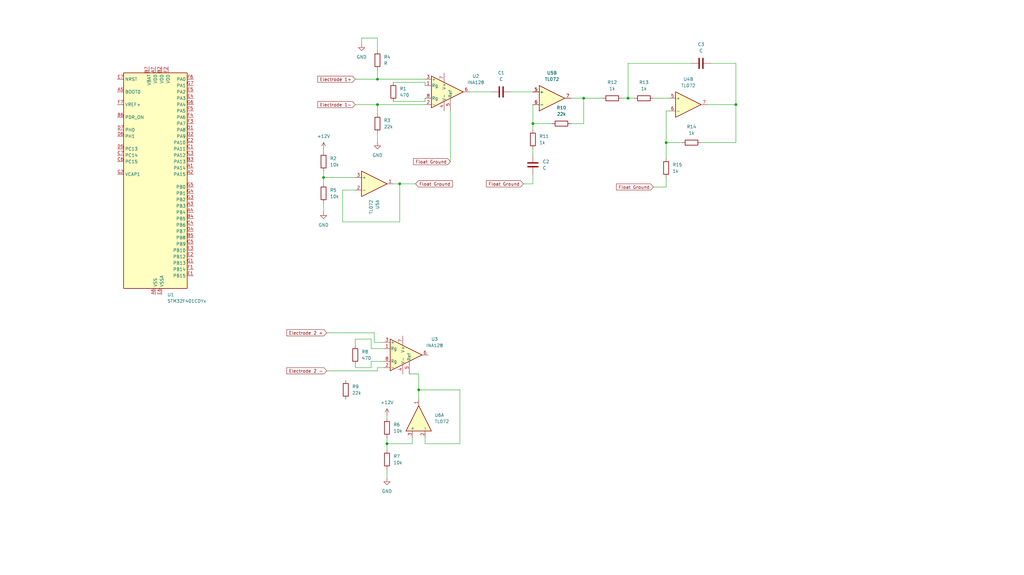
<source format=kicad_sch>
(kicad_sch (version 20231120) (generator "eeschema") (generator_version "8.0")
  (paper "User" 410 230.4)
  (lib_symbols
    (symbol "Amplifier_Instrumentation:INA128" (pin_names (offset 0.127))
      (property "Reference" "U" (at 3.81 3.175 0))
      (property "Value" "INA128" (at 3.81 -3.175 0))
      (symbol "INA128_0_1"
        (polyline (pts (xy 7.62 0) (xy -5.08 6.35) (xy -5.08 -6.35) (xy 7.62 0)) (stroke (width 0.254)) (fill (type background)))
      )
      (symbol "INA128_1_1"
        (pin passive line (at -7.62 2.54 0) (length 2.54) (name "Rg") (number "1"))
        (pin input line (at -7.62 -5.08 0) (length 2.54) (name "-") (number "2"))
        (pin input line (at -7.62 5.08 0) (length 2.54) (name "+") (number "3"))
        (pin power_in line (at 0 -7.62 90) (length 3.81) (name "V-") (number "4"))
        (pin input line (at 2.54 -7.62 90) (length 5.08) (name "Ref") (number "5"))
        (pin output line (at 10.16 0 180) (length 2.54) (name "~") (number "6"))
        (pin power_in line (at 0 7.62 270) (length 3.81) (name "V+") (number "7"))
        (pin passive line (at -7.62 -2.54 0) (length 2.54) (name "Rg") (number "8"))
      )
    )
    (symbol "Amplifier_Operational:TL072" (pin_names (offset 0.127))
      (property "Reference" "U" (at 0 5.08 0))
      (property "Value" "TL072" (at 0 -5.08 0))
      (symbol "TL072_1_1"
        (polyline (pts (xy -5.08 5.08) (xy 5.08 0) (xy -5.08 -5.08) (xy -5.08 5.08)) (stroke (width 0.254)) (fill (type background)))
        (pin output line (at 7.62 0 180) (length 2.54) (name "~") (number "1"))
        (pin input line (at -7.62 -2.54 0) (length 2.54) (name "-") (number "2"))
        (pin input line (at -7.62 2.54 0) (length 2.54) (name "+") (number "3"))
      )
      (symbol "TL072_2_1"
        (polyline (pts (xy -5.08 5.08) (xy 5.08 0) (xy -5.08 -5.08) (xy -5.08 5.08)) (stroke (width 0.254)) (fill (type background)))
        (pin input line (at -7.62 2.54 0) (length 2.54) (name "+") (number "5"))
        (pin input line (at -7.62 -2.54 0) (length 2.54) (name "-") (number "6"))
        (pin output line (at 7.62 0 180) (length 2.54) (name "~") (number "7"))
      )
      (symbol "TL072_3_1"
        (pin power_in line (at -2.54 -7.62 90) (length 3.81) (name "V-") (number "4"))
        (pin power_in line (at -2.54 7.62 270) (length 3.81) (name "V+") (number "8"))
      )
    )
    (symbol "Device:C" (pin_numbers hide) (pin_names (offset 0.254))
      (property "Reference" "C" (at 0.635 2.54 0))
      (property "Value" "C" (at 0.635 -2.54 0))
      (symbol "C_0_1"
        (polyline (pts (xy -2.032 -0.762) (xy 2.032 -0.762)) (stroke (width 0.508)))
        (polyline (pts (xy -2.032 0.762) (xy 2.032 0.762)) (stroke (width 0.508)))
      )
      (symbol "C_1_1"
        (pin passive line (at 0 3.81 270) (length 2.794) (name "~") (number "1"))
        (pin passive line (at 0 -3.81 90) (length 2.794) (name "~") (number "2"))
      )
    )
    (symbol "Device:R" (pin_numbers hide) (pin_names (offset 0))
      (property "Reference" "R" (at 2.032 0 90))
      (property "Value" "R" (at 0 0 90))
      (symbol "R_0_1"
        (rectangle (start -1.016 -2.54) (end 1.016 2.54) (stroke (width 0.254)))
      )
      (symbol "R_1_1"
        (pin passive line (at 0 3.81 270) (length 1.27) (name "~") (number "1"))
        (pin passive line (at 0 -3.81 90) (length 1.27) (name "~") (number "2"))
      )
    )
    (symbol "MCU_ST_STM32F4:STM32F401CDYx"
      (property "Reference" "U" (at -12.7 44.45 0))
      (property "Value" "STM32F401CDYx" (at 7.62 44.45 0))
      (symbol "STM32F401CDYx_0_1"
        (rectangle (start -12.7 -43.18) (end 12.7 43.18) (stroke (width 0.254)) (fill (type background)))
      )
      (symbol "STM32F401CDYx_1_1"
        (pin bidirectional line (at 15.24 5.08 180) (length 2.54) (name "PA14") (number "A1"))
        (pin bidirectional line (at 15.24 2.54 180) (length 2.54) (name "PA15") (number "A2"))
        (pin bidirectional line (at 15.24 -10.16 180) (length 2.54) (name "PB3") (number "A3"))
        (pin bidirectional line (at 15.24 -12.7 180) (length 2.54) (name "PB4") (number "A4"))
        (pin input line (at -15.24 35.56 0) (length 2.54) (name "BOOT0") (number "A5"))
        (pin power_in line (at 0 -45.72 90) (length 2.54) (name "VSS") (number "A6"))
        (pin power_in line (at 0 45.72 270) (length 2.54) (name "VDD") (number "A7"))
        (pin passive line (at 0 -45.72 90) (length 2.54) hide (name "VSS") (number "B1"))
        (pin power_in line (at 2.54 45.72 270) (length 2.54) (name "VDD") (number "B2"))
        (pin bidirectional line (at 15.24 7.62 180) (length 2.54) (name "PA13") (number "B3"))
        (pin bidirectional line (at 15.24 -15.24 180) (length 2.54) (name "PB5") (number "B4"))
        (pin bidirectional line (at 15.24 -22.86 180) (length 2.54) (name "PB8") (number "B5"))
        (pin input line (at -15.24 25.4 0) (length 2.54) (name "PDR_ON") (number "B6"))
        (pin power_in line (at -2.54 45.72 270) (length 2.54) (name "VBAT") (number "B7"))
        (pin bidirectional line (at 15.24 12.7 180) (length 2.54) (name "PA11") (number "C1"))
        (pin bidirectional line (at 15.24 15.24 180) (length 2.54) (name "PA10") (number "C2"))
        (pin bidirectional line (at 15.24 10.16 180) (length 2.54) (name "PA12") (number "C3"))
        (pin bidirectional line (at 15.24 -17.78 180) (length 2.54) (name "PB6") (number "C4"))
        (pin bidirectional line (at 15.24 -25.4 180) (length 2.54) (name "PB9") (number "C5"))
        (pin bidirectional line (at -15.24 7.62 0) (length 2.54) (name "PC15") (number "C6"))
        (pin bidirectional line (at -15.24 10.16 0) (length 2.54) (name "PC14") (number "C7"))
        (pin bidirectional line (at 15.24 20.32 180) (length 2.54) (name "PA8") (number "D1"))
        (pin bidirectional line (at 15.24 17.78 180) (length 2.54) (name "PA9") (number "D2"))
        (pin passive line (at 0 -45.72 90) (length 2.54) hide (name "VSS") (number "D3"))
        (pin bidirectional line (at 15.24 -20.32 180) (length 2.54) (name "PB7") (number "D4"))
        (pin bidirectional line (at -15.24 12.7 0) (length 2.54) (name "PC13") (number "D5"))
        (pin bidirectional line (at -15.24 17.78 0) (length 2.54) (name "PH1") (number "D6"))
        (pin bidirectional line (at -15.24 20.32 0) (length 2.54) (name "PH0") (number "D7"))
        (pin bidirectional line (at 15.24 -38.1 180) (length 2.54) (name "PB15") (number "E1"))
        (pin bidirectional line (at 15.24 -30.48 180) (length 2.54) (name "PB12") (number "E2"))
        (pin bidirectional line (at 15.24 -27.94 180) (length 2.54) (name "PB10") (number "E3"))
        (pin bidirectional line (at 15.24 33.02 180) (length 2.54) (name "PA3") (number "E4"))
        (pin bidirectional line (at 15.24 35.56 180) (length 2.54) (name "PA2") (number "E5"))
        (pin power_in line (at 2.54 -45.72 90) (length 2.54) (name "VSSA") (number "E6"))
        (pin input line (at -15.24 40.64 0) (length 2.54) (name "NRST") (number "E7"))
        (pin bidirectional line (at 15.24 -35.56 180) (length 2.54) (name "PB14") (number "F1"))
        (pin power_in line (at 5.08 45.72 270) (length 2.54) (name "VDD") (number "F2"))
        (pin bidirectional line (at 15.24 22.86 180) (length 2.54) (name "PA7") (number "F3"))
        (pin bidirectional line (at 15.24 25.4 180) (length 2.54) (name "PA6") (number "F4"))
        (pin bidirectional line (at 15.24 27.94 180) (length 2.54) (name "PA5") (number "F5"))
        (pin bidirectional line (at 15.24 40.64 180) (length 2.54) (name "PA0") (number "F6"))
        (pin input line (at -15.24 30.48 0) (length 2.54) (name "VREF+") (number "F7"))
        (pin bidirectional line (at 15.24 -33.02 180) (length 2.54) (name "PB13") (number "G1"))
        (pin power_out line (at -15.24 2.54 0) (length 2.54) (name "VCAP1") (number "G2"))
        (pin bidirectional line (at 15.24 -7.62 180) (length 2.54) (name "PB2") (number "G3"))
        (pin bidirectional line (at 15.24 -5.08 180) (length 2.54) (name "PB1") (number "G4"))
        (pin bidirectional line (at 15.24 -2.54 180) (length 2.54) (name "PB0") (number "G5"))
        (pin bidirectional line (at 15.24 30.48 180) (length 2.54) (name "PA4") (number "G6"))
        (pin bidirectional line (at 15.24 38.1 180) (length 2.54) (name "PA1") (number "G7"))
      )
    )
    (symbol "power:+12V" (power) (pin_numbers hide) (pin_names (offset 0) hide)
      (property "Value" "+12V" (at 0 3.556 0))
      (symbol "+12V_0_1"
        (polyline (pts (xy -0.762 1.27) (xy 0 2.54)))
        (polyline (pts (xy 0 0) (xy 0 2.54)))
        (polyline (pts (xy 0 2.54) (xy 0.762 1.27)))
      )
      (symbol "+12V_1_1"
        (pin power_in line (at 0 0 90) (length 0) (name "~") (number "1"))
      )
    )
    (symbol "power:GND" (power) (pin_numbers hide) (pin_names (offset 0) hide)
      (property "Value" "GND" (at 0 -3.81 0))
      (symbol "GND_0_1"
        (polyline (pts (xy 0 0) (xy 0 -1.27) (xy 1.27 -1.27) (xy 0 -2.54) (xy -1.27 -1.27) (xy 0 -1.27)))
      )
      (symbol "GND_1_1"
        (pin power_in line (at 0 0 270) (length 0) (name "~") (number "1"))
      )
    )
  )
  (junction (at 160.02 73.66))
  (junction (at 233.68 39.37))
  (junction (at 294.64 41.91))
  (junction (at 167.64 156.21))
  (junction (at 151.13 41.91))
  (junction (at 151.13 31.75))
  (junction (at 266.7 57.15))
  (junction (at 213.36 49.53))
  (junction (at 129.54 71.12))
  (junction (at 251.46 39.37))
  (junction (at 154.94 177.8))
  (wire (pts (xy 153.67 137.16) (xy 149.86 137.16)))
  (wire (pts (xy 153.67 144.78) (xy 148.59 144.78)))
  (wire (pts (xy 294.64 57.15) (xy 294.64 41.91)))
  (wire (pts (xy 294.64 25.4) (xy 284.48 25.4)))
  (wire (pts (xy 165.1 177.8) (xy 165.1 175.26)))
  (wire (pts (xy 157.48 40.64) (xy 170.18 40.64)))
  (wire (pts (xy 213.36 49.53) (xy 220.98 49.53)))
  (wire (pts (xy 129.54 71.12) (xy 129.54 73.66)))
  (wire (pts (xy 233.68 39.37) (xy 241.3 39.37)))
  (wire (pts (xy 149.86 137.16) (xy 149.86 133.35)))
  (wire (pts (xy 233.68 49.53) (xy 228.6 49.53)))
  (wire (pts (xy 148.59 144.78) (xy 148.59 147.32)))
  (wire (pts (xy 167.64 149.86) (xy 167.64 156.21)))
  (wire (pts (xy 129.54 81.28) (xy 129.54 85.09)))
  (wire (pts (xy 151.13 148.59) (xy 151.13 147.32)))
  (wire (pts (xy 148.59 135.89) (xy 148.59 139.7)))
  (wire (pts (xy 142.24 135.89) (xy 148.59 135.89)))
  (wire (pts (xy 148.59 139.7) (xy 153.67 139.7)))
  (wire (pts (xy 142.24 31.75) (xy 151.13 31.75)))
  (wire (pts (xy 187.96 36.83) (xy 196.85 36.83)))
  (wire (pts (xy 251.46 25.4) (xy 276.86 25.4)))
  (wire (pts (xy 213.36 59.69) (xy 213.36 62.23)))
  (wire (pts (xy 251.46 39.37) (xy 254 39.37)))
  (wire (pts (xy 129.54 59.69) (xy 129.54 60.96)))
  (wire (pts (xy 294.64 41.91) (xy 294.64 25.4)))
  (wire (pts (xy 233.68 39.37) (xy 233.68 49.53)))
  (wire (pts (xy 160.02 88.9) (xy 160.02 73.66)))
  (wire (pts (xy 151.13 31.75) (xy 170.18 31.75)))
  (wire (pts (xy 204.47 36.83) (xy 213.36 36.83)))
  (wire (pts (xy 170.18 33.02) (xy 170.18 34.29)))
  (wire (pts (xy 266.7 71.12) (xy 266.7 74.93)))
  (wire (pts (xy 213.36 69.85) (xy 213.36 73.66)))
  (wire (pts (xy 151.13 15.24) (xy 151.13 20.32)))
  (wire (pts (xy 213.36 41.91) (xy 213.36 49.53)))
  (wire (pts (xy 154.94 175.26) (xy 154.94 177.8)))
  (wire (pts (xy 261.62 39.37) (xy 267.97 39.37)))
  (wire (pts (xy 142.24 76.2) (xy 137.16 76.2)))
  (wire (pts (xy 151.13 147.32) (xy 153.67 147.32)))
  (wire (pts (xy 283.21 41.91) (xy 294.64 41.91)))
  (wire (pts (xy 167.64 149.86) (xy 163.83 149.86)))
  (wire (pts (xy 267.97 44.45) (xy 266.7 44.45)))
  (wire (pts (xy 142.24 41.91) (xy 151.13 41.91)))
  (wire (pts (xy 251.46 25.4) (xy 251.46 39.37)))
  (wire (pts (xy 129.54 71.12) (xy 142.24 71.12)))
  (wire (pts (xy 154.94 177.8) (xy 154.94 180.34)))
  (wire (pts (xy 149.86 133.35) (xy 130.81 133.35)))
  (wire (pts (xy 151.13 45.72) (xy 151.13 41.91)))
  (wire (pts (xy 151.13 41.91) (xy 170.18 41.91)))
  (wire (pts (xy 170.18 40.64) (xy 170.18 39.37)))
  (wire (pts (xy 266.7 57.15) (xy 273.05 57.15)))
  (wire (pts (xy 148.59 147.32) (xy 142.24 147.32)))
  (wire (pts (xy 167.64 156.21) (xy 167.64 160.02)))
  (wire (pts (xy 151.13 53.34) (xy 151.13 57.15)))
  (wire (pts (xy 154.94 187.96) (xy 154.94 191.77)))
  (wire (pts (xy 144.78 15.24) (xy 151.13 15.24)))
  (wire (pts (xy 137.16 88.9) (xy 160.02 88.9)))
  (wire (pts (xy 184.15 156.21) (xy 167.64 156.21)))
  (wire (pts (xy 170.18 175.26) (xy 170.18 177.8)))
  (wire (pts (xy 144.78 17.78) (xy 144.78 15.24)))
  (wire (pts (xy 142.24 147.32) (xy 142.24 146.05)))
  (wire (pts (xy 142.24 138.43) (xy 142.24 135.89)))
  (wire (pts (xy 154.94 166.37) (xy 154.94 167.64)))
  (wire (pts (xy 184.15 177.8) (xy 184.15 156.21)))
  (wire (pts (xy 137.16 76.2) (xy 137.16 88.9)))
  (wire (pts (xy 266.7 74.93) (xy 261.62 74.93)))
  (wire (pts (xy 157.48 33.02) (xy 170.18 33.02)))
  (wire (pts (xy 280.67 57.15) (xy 294.64 57.15)))
  (wire (pts (xy 228.6 39.37) (xy 233.68 39.37)))
  (wire (pts (xy 151.13 27.94) (xy 151.13 31.75)))
  (wire (pts (xy 180.34 44.45) (xy 180.34 64.77)))
  (wire (pts (xy 154.94 177.8) (xy 165.1 177.8)))
  (wire (pts (xy 248.92 39.37) (xy 251.46 39.37)))
  (wire (pts (xy 130.81 148.59) (xy 151.13 148.59)))
  (wire (pts (xy 129.54 68.58) (xy 129.54 71.12)))
  (wire (pts (xy 160.02 73.66) (xy 157.48 73.66)))
  (wire (pts (xy 160.02 73.66) (xy 166.37 73.66)))
  (wire (pts (xy 266.7 44.45) (xy 266.7 57.15)))
  (wire (pts (xy 213.36 49.53) (xy 213.36 52.07)))
  (wire (pts (xy 170.18 177.8) (xy 184.15 177.8)))
  (wire (pts (xy 213.36 73.66) (xy 209.55 73.66)))
  (wire (pts (xy 266.7 57.15) (xy 266.7 63.5)))
  (global_label "Float Ground" (shape input) (at 166.37 73.66 0) (property "Intersheetrefs" "${INTERSHEET_REFS}" (effects (hide yes))))
  (global_label "Electrode 1-" (shape input) (at 142.24 41.91 180) (property "Intersheetrefs" "${INTERSHEET_REFS}" (effects (hide yes))))
  (global_label "Float Ground" (shape input) (at 209.55 73.66 180) (property "Intersheetrefs" "${INTERSHEET_REFS}" (effects (hide yes))))
  (global_label "Float Ground" (shape input) (at 261.62 74.93 180) (property "Intersheetrefs" "${INTERSHEET_REFS}" (effects (hide yes))))
  (global_label "Electrode 2 +" (shape input) (at 130.81 133.35 180) (property "Intersheetrefs" "${INTERSHEET_REFS}" (effects (hide yes))))
  (global_label "Electrode 2 -" (shape input) (at 130.81 148.59 180) (property "Intersheetrefs" "${INTERSHEET_REFS}" (effects (hide yes))))
  (global_label "Float Ground" (shape input) (at 180.34 64.77 180) (property "Intersheetrefs" "${INTERSHEET_REFS}" (effects (hide yes))))
  (global_label "Electrode 1+" (shape input) (at 142.24 31.75 180) (property "Intersheetrefs" "${INTERSHEET_REFS}" (effects (hide yes))))
  (symbol (lib_id "Amplifier_Operational:TL072") (at 167.64 167.64 90) (unit 1)
    (property "Reference" "U6" (at 173.99 166.3699 90) (effects (justify right)))
    (property "Value" "TL072" (at 173.99 168.9099 90) (effects (justify right)))
    (property "Datasheet" "http://www.ti.com/lit/ds/symlink/tl071.pdf" (effects (hide yes)))
    (property "Description" "Dual Low-Noise JFET-Input Operational Amplifiers, DIP-8/SOIC-8" (effects (hide yes)))
  )
  (symbol (lib_id "Device:R") (at 129.54 77.47 0) (unit 1)
    (property "Reference" "R5" (at 132.08 76.1999 0) (effects (justify left)))
    (property "Value" "10k" (at 132.08 78.7399 0) (effects (justify left)))
    (property "Footprint" "Resistor_SMD:R_0201_0603Metric" (effects (hide yes)))
    (property "Description" "Resistor" (effects (hide yes)))
  )
  (symbol (lib_id "Amplifier_Operational:TL072") (at 275.59 41.91 0) (unit 2)
    (property "Reference" "U4" (at 275.59 31.75 0))
    (property "Value" "TL072" (at 275.59 34.29 0))
    (property "Datasheet" "http://www.ti.com/lit/ds/symlink/tl071.pdf" (effects (hide yes)))
    (property "Description" "Dual Low-Noise JFET-Input Operational Amplifiers, DIP-8/SOIC-8" (effects (hide yes)))
  )
  (symbol (lib_id "MCU_ST_STM32F4:STM32F401CDYx") (at 62.23 72.39 0) (unit 1)
    (property "Reference" "U1" (at 66.9641 118.11 0) (effects (justify left)))
    (property "Value" "STM32F401CDYx" (at 66.9641 120.65 0) (effects (justify left)))
    (property "Footprint" "Package_CSP:ST_WLCSP-49_Die433" (effects (hide yes)))
    (property "Datasheet" "https://www.st.com/resource/en/datasheet/stm32f401cd.pdf" (effects (hide yes)))
    (property "Description" "STMicroelectronics Arm Cortex-M4 MCU, 384KB flash, 96KB RAM, 84 MHz, 1.7-3.6V, 36 GPIO, WLCSP49" (effects (hide yes)))
  )
  (symbol (lib_id "power:GND") (at 154.94 191.77 0) (unit 1)
    (property "Reference" "#PWR06" (effects (hide yes)))
    (property "Value" "GND" (at 154.94 196.85 0))
    (property "Description" "Power symbol creates a global label with name \"GND\" , ground" (effects (hide yes)))
  )
  (symbol (lib_id "Device:C") (at 200.66 36.83 90) (unit 1)
    (property "Reference" "C1" (at 200.66 29.21 90))
    (property "Value" "C" (at 200.66 31.75 90))
    (property "Description" "Unpolarized capacitor" (effects (hide yes)))
  )
  (symbol (lib_id "Device:R") (at 154.94 171.45 0) (unit 1)
    (property "Reference" "R6" (at 157.48 170.1799 0) (effects (justify left)))
    (property "Value" "10k" (at 157.48 172.7199 0) (effects (justify left)))
    (property "Footprint" "Resistor_SMD:R_0201_0603Metric" (effects (hide yes)))
    (property "Description" "Resistor" (effects (hide yes)))
  )
  (symbol (lib_id "Device:R") (at 142.24 142.24 0) (unit 1)
    (property "Reference" "R8" (at 144.78 140.9699 0) (effects (justify left)))
    (property "Value" "470" (at 144.78 143.5099 0) (effects (justify left)))
    (property "Footprint" "Resistor_SMD:R_0201_0603Metric" (effects (hide yes)))
    (property "Description" "Resistor" (effects (hide yes)))
  )
  (symbol (lib_id "power:GND") (at 151.13 57.15 0) (unit 1)
    (property "Reference" "#PWR01" (effects (hide yes)))
    (property "Value" "GND" (at 151.13 62.23 0))
    (property "Description" "Power symbol creates a global label with name \"GND\" , ground" (effects (hide yes)))
  )
  (symbol (lib_id "Device:R") (at 157.48 36.83 0) (unit 1)
    (property "Reference" "R1" (at 160.02 35.5599 0) (effects (justify left)))
    (property "Value" "470" (at 160.02 38.0999 0) (effects (justify left)))
    (property "Footprint" "Resistor_SMD:R_0201_0603Metric" (effects (hide yes)))
    (property "Description" "Resistor" (effects (hide yes)))
  )
  (symbol (lib_id "Device:R") (at 245.11 39.37 270) (unit 1)
    (property "Reference" "R12" (at 245.11 33.02 90))
    (property "Value" "1k" (at 245.11 35.56 90))
    (property "Footprint" "Resistor_SMD:R_0201_0603Metric" (effects (hide yes)))
    (property "Description" "Resistor" (effects (hide yes)))
  )
  (symbol (lib_id "Device:R") (at 151.13 49.53 0) (unit 1)
    (property "Reference" "R3" (at 153.67 48.2599 0) (effects (justify left)))
    (property "Value" "22k" (at 153.67 50.7999 0) (effects (justify left)))
    (property "Footprint" "Resistor_SMD:R_0201_0603Metric" (effects (hide yes)))
    (property "Description" "Resistor" (effects (hide yes)))
  )
  (symbol (lib_id "power:GND") (at 129.54 85.09 0) (unit 1)
    (property "Reference" "#PWR04" (effects (hide yes)))
    (property "Value" "GND" (at 129.54 90.17 0))
    (property "Description" "Power symbol creates a global label with name \"GND\" , ground" (effects (hide yes)))
  )
  (symbol (lib_id "Device:R") (at 276.86 57.15 270) (unit 1)
    (property "Reference" "R14" (at 276.86 50.8 90))
    (property "Value" "1k" (at 276.86 53.34 90))
    (property "Footprint" "Resistor_SMD:R_0201_0603Metric" (effects (hide yes)))
    (property "Description" "Resistor" (effects (hide yes)))
  )
  (symbol (lib_id "Amplifier_Operational:TL072") (at 149.86 73.66 0) (unit 1)
    (property "Reference" "U5" (at 151.1301 80.01 90) (effects (justify right)))
    (property "Value" "TL072" (at 148.5901 80.01 90) (effects (justify right)))
    (property "Datasheet" "http://www.ti.com/lit/ds/symlink/tl071.pdf" (effects (hide yes)))
    (property "Description" "Dual Low-Noise JFET-Input Operational Amplifiers, DIP-8/SOIC-8" (effects (hide yes)))
  )
  (symbol (lib_id "Device:R") (at 138.43 156.21 0) (unit 1)
    (property "Reference" "R9" (at 140.97 154.9399 0) (effects (justify left)))
    (property "Value" "22k" (at 140.97 157.4799 0) (effects (justify left)))
    (property "Footprint" "Resistor_SMD:R_0201_0603Metric" (effects (hide yes)))
    (property "Description" "Resistor" (effects (hide yes)))
  )
  (symbol (lib_id "Device:R") (at 213.36 55.88 180) (unit 1)
    (property "Reference" "R11" (at 215.9 54.6099 0) (effects (justify right)))
    (property "Value" "1k" (at 215.9 57.1499 0) (effects (justify right)))
    (property "Footprint" "Resistor_SMD:R_0201_0603Metric" (effects (hide yes)))
    (property "Description" "Resistor" (effects (hide yes)))
  )
  (symbol (lib_id "Device:R") (at 257.81 39.37 270) (unit 1)
    (property "Reference" "R13" (at 257.81 33.02 90))
    (property "Value" "1k" (at 257.81 35.56 90))
    (property "Footprint" "Resistor_SMD:R_0201_0603Metric" (effects (hide yes)))
    (property "Description" "Resistor" (effects (hide yes)))
  )
  (symbol (lib_id "Device:C") (at 213.36 66.04 180) (unit 1)
    (property "Reference" "C2" (at 217.2467 64.7699 0) (effects (justify right)))
    (property "Value" "C" (at 217.2467 67.3099 0) (effects (justify right)))
    (property "Description" "Unpolarized capacitor" (effects (hide yes)))
  )
  (symbol (lib_id "power:GND") (at 144.78 17.78 0) (unit 1)
    (property "Reference" "#PWR02" (effects (hide yes)))
    (property "Value" "GND" (at 144.78 22.86 0))
    (property "Description" "Power symbol creates a global label with name \"GND\" , ground" (effects (hide yes)))
  )
  (symbol (lib_id "power:+12V") (at 129.54 59.69 0) (unit 1)
    (property "Reference" "#PWR03" (effects (hide yes)))
    (property "Value" "+12V" (at 129.54 54.61 0))
    (property "Description" "Power symbol creates a global label with name \"+12V\"" (effects (hide yes)))
  )
  (symbol (lib_id "Amplifier_Instrumentation:INA128") (at 161.29 142.24 0) (unit 1)
    (property "Reference" "U3" (at 173.99 135.9214 0))
    (property "Value" "INA128" (at 173.99 138.4614 0))
    (property "Datasheet" "http://www.ti.com/lit/ds/symlink/ina128.pdf" (effects (hide yes)))
    (property "Description" "Precision, Low Power Instrumentation Amplifier G = 1 + 50kOhm/Rg, DIP-8/SOIC-8" (effects (hide yes)))
  )
  (symbol (lib_id "Amplifier_Instrumentation:INA128") (at 177.8 36.83 0) (unit 1)
    (property "Reference" "U2" (at 190.5 30.5114 0))
    (property "Value" "INA128" (at 190.5 33.0514 0))
    (property "Datasheet" "http://www.ti.com/lit/ds/symlink/ina128.pdf" (effects (hide yes)))
    (property "Description" "Precision, Low Power Instrumentation Amplifier G = 1 + 50kOhm/Rg, DIP-8/SOIC-8" (effects (hide yes)))
  )
  (symbol (lib_id "Device:R") (at 154.94 184.15 0) (unit 1)
    (property "Reference" "R7" (at 157.48 182.8799 0) (effects (justify left)))
    (property "Value" "10k" (at 157.48 185.4199 0) (effects (justify left)))
    (property "Footprint" "Resistor_SMD:R_0201_0603Metric" (effects (hide yes)))
    (property "Description" "Resistor" (effects (hide yes)))
  )
  (symbol (lib_id "Device:R") (at 266.7 67.31 0) (unit 1)
    (property "Reference" "R15" (at 269.24 66.0399 0) (effects (justify left)))
    (property "Value" "1k" (at 269.24 68.5799 0) (effects (justify left)))
    (property "Footprint" "Resistor_SMD:R_0201_0603Metric" (effects (hide yes)))
    (property "Description" "Resistor" (effects (hide yes)))
  )
  (symbol (lib_id "power:+12V") (at 154.94 166.37 0) (unit 1)
    (property "Reference" "#PWR05" (effects (hide yes)))
    (property "Value" "+12V" (at 154.94 161.29 0))
    (property "Description" "Power symbol creates a global label with name \"+12V\"" (effects (hide yes)))
  )
  (symbol (lib_id "Device:R") (at 224.79 49.53 90) (unit 1)
    (property "Reference" "R10" (at 224.79 43.18 90))
    (property "Value" "22k" (at 224.79 45.72 90))
    (property "Footprint" "Resistor_SMD:R_0201_0603Metric" (effects (hide yes)))
    (property "Description" "Resistor" (effects (hide yes)))
  )
  (symbol (lib_id "Device:C") (at 280.67 25.4 90) (unit 1)
    (property "Reference" "C3" (at 280.67 17.78 90))
    (property "Value" "C" (at 280.67 20.32 90))
    (property "Description" "Unpolarized capacitor" (effects (hide yes)))
  )
  (symbol (lib_id "Device:R") (at 129.54 64.77 0) (unit 1)
    (property "Reference" "R2" (at 132.08 63.4999 0) (effects (justify left)))
    (property "Value" "10k" (at 132.08 66.0399 0) (effects (justify left)))
    (property "Footprint" "Resistor_SMD:R_0201_0603Metric" (effects (hide yes)))
    (property "Description" "Resistor" (effects (hide yes)))
  )
  (symbol (lib_id "Amplifier_Operational:TL072") (at 220.98 39.37 0) (unit 2)
    (property "Reference" "U5" (at 220.98 29.21 0))
    (property "Value" "TL072" (at 220.98 31.75 0))
    (property "Datasheet" "http://www.ti.com/lit/ds/symlink/tl071.pdf" (effects (hide yes)))
    (property "Description" "Dual Low-Noise JFET-Input Operational Amplifiers, DIP-8/SOIC-8" (effects (hide yes)))
  )
  (symbol (lib_id "Device:R") (at 151.13 24.13 0) (unit 1)
    (property "Reference" "R4" (at 153.67 22.8599 0) (effects (justify left)))
    (property "Value" "R" (at 153.67 25.3999 0) (effects (justify left)))
    (property "Description" "Resistor" (effects (hide yes)))
  )
)
</source>
